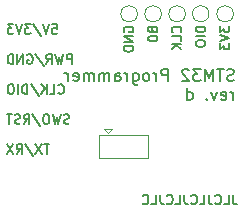
<source format=gbr>
G04 #@! TF.GenerationSoftware,KiCad,Pcbnew,6.0.6+dfsg-1*
G04 #@! TF.CreationDate,2022-07-17T16:52:42+08:00*
G04 #@! TF.ProjectId,stlink,73746c69-6e6b-42e6-9b69-6361645f7063,d*
G04 #@! TF.SameCoordinates,Original*
G04 #@! TF.FileFunction,Legend,Bot*
G04 #@! TF.FilePolarity,Positive*
%FSLAX46Y46*%
G04 Gerber Fmt 4.6, Leading zero omitted, Abs format (unit mm)*
G04 Created by KiCad (PCBNEW 6.0.6+dfsg-1) date 2022-07-17 16:52:42*
%MOMM*%
%LPD*%
G01*
G04 APERTURE LIST*
%ADD10C,0.150000*%
%ADD11C,0.120000*%
G04 APERTURE END LIST*
D10*
X118092500Y-87737904D02*
X118092500Y-86937904D01*
X117787738Y-86937904D01*
X117711547Y-86976000D01*
X117673452Y-87014095D01*
X117635357Y-87090285D01*
X117635357Y-87204571D01*
X117673452Y-87280761D01*
X117711547Y-87318857D01*
X117787738Y-87356952D01*
X118092500Y-87356952D01*
X117368690Y-86937904D02*
X117178214Y-87737904D01*
X117025833Y-87166476D01*
X116873452Y-87737904D01*
X116682976Y-86937904D01*
X115921071Y-87737904D02*
X116187738Y-87356952D01*
X116378214Y-87737904D02*
X116378214Y-86937904D01*
X116073452Y-86937904D01*
X115997261Y-86976000D01*
X115959166Y-87014095D01*
X115921071Y-87090285D01*
X115921071Y-87204571D01*
X115959166Y-87280761D01*
X115997261Y-87318857D01*
X116073452Y-87356952D01*
X116378214Y-87356952D01*
X115006785Y-86899809D02*
X115692500Y-87928380D01*
X114321071Y-86976000D02*
X114397261Y-86937904D01*
X114511547Y-86937904D01*
X114625833Y-86976000D01*
X114702023Y-87052190D01*
X114740119Y-87128380D01*
X114778214Y-87280761D01*
X114778214Y-87395047D01*
X114740119Y-87547428D01*
X114702023Y-87623619D01*
X114625833Y-87699809D01*
X114511547Y-87737904D01*
X114435357Y-87737904D01*
X114321071Y-87699809D01*
X114282976Y-87661714D01*
X114282976Y-87395047D01*
X114435357Y-87395047D01*
X113940119Y-87737904D02*
X113940119Y-86937904D01*
X113482976Y-87737904D01*
X113482976Y-86937904D01*
X113102023Y-87737904D02*
X113102023Y-86937904D01*
X112911547Y-86937904D01*
X112797261Y-86976000D01*
X112721071Y-87052190D01*
X112682976Y-87128380D01*
X112644880Y-87280761D01*
X112644880Y-87395047D01*
X112682976Y-87547428D01*
X112721071Y-87623619D01*
X112797261Y-87699809D01*
X112911547Y-87737904D01*
X113102023Y-87737904D01*
X116949642Y-90201714D02*
X116987738Y-90239809D01*
X117102023Y-90277904D01*
X117178214Y-90277904D01*
X117292500Y-90239809D01*
X117368690Y-90163619D01*
X117406785Y-90087428D01*
X117444880Y-89935047D01*
X117444880Y-89820761D01*
X117406785Y-89668380D01*
X117368690Y-89592190D01*
X117292500Y-89516000D01*
X117178214Y-89477904D01*
X117102023Y-89477904D01*
X116987738Y-89516000D01*
X116949642Y-89554095D01*
X116225833Y-90277904D02*
X116606785Y-90277904D01*
X116606785Y-89477904D01*
X115959166Y-90277904D02*
X115959166Y-89477904D01*
X115502023Y-90277904D02*
X115844880Y-89820761D01*
X115502023Y-89477904D02*
X115959166Y-89935047D01*
X114587738Y-89439809D02*
X115273452Y-90468380D01*
X114321071Y-90277904D02*
X114321071Y-89477904D01*
X114130595Y-89477904D01*
X114016309Y-89516000D01*
X113940119Y-89592190D01*
X113902023Y-89668380D01*
X113863928Y-89820761D01*
X113863928Y-89935047D01*
X113902023Y-90087428D01*
X113940119Y-90163619D01*
X114016309Y-90239809D01*
X114130595Y-90277904D01*
X114321071Y-90277904D01*
X113521071Y-90277904D02*
X113521071Y-89477904D01*
X112987738Y-89477904D02*
X112835357Y-89477904D01*
X112759166Y-89516000D01*
X112682976Y-89592190D01*
X112644880Y-89744571D01*
X112644880Y-90011238D01*
X112682976Y-90163619D01*
X112759166Y-90239809D01*
X112835357Y-90277904D01*
X112987738Y-90277904D01*
X113063928Y-90239809D01*
X113140119Y-90163619D01*
X113178214Y-90011238D01*
X113178214Y-89744571D01*
X113140119Y-89592190D01*
X113063928Y-89516000D01*
X112987738Y-89477904D01*
X117863928Y-92779809D02*
X117749642Y-92817904D01*
X117559166Y-92817904D01*
X117482976Y-92779809D01*
X117444880Y-92741714D01*
X117406785Y-92665523D01*
X117406785Y-92589333D01*
X117444880Y-92513142D01*
X117482976Y-92475047D01*
X117559166Y-92436952D01*
X117711547Y-92398857D01*
X117787738Y-92360761D01*
X117825833Y-92322666D01*
X117863928Y-92246476D01*
X117863928Y-92170285D01*
X117825833Y-92094095D01*
X117787738Y-92056000D01*
X117711547Y-92017904D01*
X117521071Y-92017904D01*
X117406785Y-92056000D01*
X117140119Y-92017904D02*
X116949642Y-92817904D01*
X116797261Y-92246476D01*
X116644880Y-92817904D01*
X116454404Y-92017904D01*
X115997261Y-92017904D02*
X115844880Y-92017904D01*
X115768690Y-92056000D01*
X115692500Y-92132190D01*
X115654404Y-92284571D01*
X115654404Y-92551238D01*
X115692500Y-92703619D01*
X115768690Y-92779809D01*
X115844880Y-92817904D01*
X115997261Y-92817904D01*
X116073452Y-92779809D01*
X116149642Y-92703619D01*
X116187738Y-92551238D01*
X116187738Y-92284571D01*
X116149642Y-92132190D01*
X116073452Y-92056000D01*
X115997261Y-92017904D01*
X114740119Y-91979809D02*
X115425833Y-93008380D01*
X114016309Y-92817904D02*
X114282976Y-92436952D01*
X114473452Y-92817904D02*
X114473452Y-92017904D01*
X114168690Y-92017904D01*
X114092500Y-92056000D01*
X114054404Y-92094095D01*
X114016309Y-92170285D01*
X114016309Y-92284571D01*
X114054404Y-92360761D01*
X114092500Y-92398857D01*
X114168690Y-92436952D01*
X114473452Y-92436952D01*
X113711547Y-92779809D02*
X113597261Y-92817904D01*
X113406785Y-92817904D01*
X113330595Y-92779809D01*
X113292500Y-92741714D01*
X113254404Y-92665523D01*
X113254404Y-92589333D01*
X113292500Y-92513142D01*
X113330595Y-92475047D01*
X113406785Y-92436952D01*
X113559166Y-92398857D01*
X113635357Y-92360761D01*
X113673452Y-92322666D01*
X113711547Y-92246476D01*
X113711547Y-92170285D01*
X113673452Y-92094095D01*
X113635357Y-92056000D01*
X113559166Y-92017904D01*
X113368690Y-92017904D01*
X113254404Y-92056000D01*
X113025833Y-92017904D02*
X112568690Y-92017904D01*
X112797261Y-92817904D02*
X112797261Y-92017904D01*
X116187738Y-94557904D02*
X115730595Y-94557904D01*
X115959166Y-95357904D02*
X115959166Y-94557904D01*
X115540119Y-94557904D02*
X115006785Y-95357904D01*
X115006785Y-94557904D02*
X115540119Y-95357904D01*
X114130595Y-94519809D02*
X114816309Y-95548380D01*
X113406785Y-95357904D02*
X113673452Y-94976952D01*
X113863928Y-95357904D02*
X113863928Y-94557904D01*
X113559166Y-94557904D01*
X113482976Y-94596000D01*
X113444880Y-94634095D01*
X113406785Y-94710285D01*
X113406785Y-94824571D01*
X113444880Y-94900761D01*
X113482976Y-94938857D01*
X113559166Y-94976952D01*
X113863928Y-94976952D01*
X113140119Y-94557904D02*
X112606785Y-95357904D01*
X112606785Y-94557904D02*
X113140119Y-95357904D01*
X127285714Y-85073119D02*
X127323809Y-85035023D01*
X127361904Y-84920738D01*
X127361904Y-84844547D01*
X127323809Y-84730261D01*
X127247619Y-84654071D01*
X127171428Y-84615976D01*
X127019047Y-84577880D01*
X126904761Y-84577880D01*
X126752380Y-84615976D01*
X126676190Y-84654071D01*
X126600000Y-84730261D01*
X126561904Y-84844547D01*
X126561904Y-84920738D01*
X126600000Y-85035023D01*
X126638095Y-85073119D01*
X127361904Y-85796928D02*
X127361904Y-85415976D01*
X126561904Y-85415976D01*
X127361904Y-86063595D02*
X126561904Y-86063595D01*
X127361904Y-86520738D02*
X126904761Y-86177880D01*
X126561904Y-86520738D02*
X127019047Y-86063595D01*
X124910857Y-84882642D02*
X124948952Y-84996928D01*
X124987047Y-85035023D01*
X125063238Y-85073119D01*
X125177523Y-85073119D01*
X125253714Y-85035023D01*
X125291809Y-84996928D01*
X125329904Y-84920738D01*
X125329904Y-84615976D01*
X124529904Y-84615976D01*
X124529904Y-84882642D01*
X124568000Y-84958833D01*
X124606095Y-84996928D01*
X124682285Y-85035023D01*
X124758476Y-85035023D01*
X124834666Y-84996928D01*
X124872761Y-84958833D01*
X124910857Y-84882642D01*
X124910857Y-84615976D01*
X124529904Y-85568357D02*
X124529904Y-85644547D01*
X124568000Y-85720738D01*
X124606095Y-85758833D01*
X124682285Y-85796928D01*
X124834666Y-85835023D01*
X125025142Y-85835023D01*
X125177523Y-85796928D01*
X125253714Y-85758833D01*
X125291809Y-85720738D01*
X125329904Y-85644547D01*
X125329904Y-85568357D01*
X125291809Y-85492166D01*
X125253714Y-85454071D01*
X125177523Y-85415976D01*
X125025142Y-85377880D01*
X124834666Y-85377880D01*
X124682285Y-85415976D01*
X124606095Y-85454071D01*
X124568000Y-85492166D01*
X124529904Y-85568357D01*
X122536000Y-85035023D02*
X122497904Y-84958833D01*
X122497904Y-84844547D01*
X122536000Y-84730261D01*
X122612190Y-84654071D01*
X122688380Y-84615976D01*
X122840761Y-84577880D01*
X122955047Y-84577880D01*
X123107428Y-84615976D01*
X123183619Y-84654071D01*
X123259809Y-84730261D01*
X123297904Y-84844547D01*
X123297904Y-84920738D01*
X123259809Y-85035023D01*
X123221714Y-85073119D01*
X122955047Y-85073119D01*
X122955047Y-84920738D01*
X123297904Y-85415976D02*
X122497904Y-85415976D01*
X123297904Y-85873119D01*
X122497904Y-85873119D01*
X123297904Y-86254071D02*
X122497904Y-86254071D01*
X122497904Y-86444547D01*
X122536000Y-86558833D01*
X122612190Y-86635023D01*
X122688380Y-86673119D01*
X122840761Y-86711214D01*
X122955047Y-86711214D01*
X123107428Y-86673119D01*
X123183619Y-86635023D01*
X123259809Y-86558833D01*
X123297904Y-86444547D01*
X123297904Y-86254071D01*
X131792023Y-89134761D02*
X131649166Y-89182380D01*
X131411071Y-89182380D01*
X131315833Y-89134761D01*
X131268214Y-89087142D01*
X131220595Y-88991904D01*
X131220595Y-88896666D01*
X131268214Y-88801428D01*
X131315833Y-88753809D01*
X131411071Y-88706190D01*
X131601547Y-88658571D01*
X131696785Y-88610952D01*
X131744404Y-88563333D01*
X131792023Y-88468095D01*
X131792023Y-88372857D01*
X131744404Y-88277619D01*
X131696785Y-88230000D01*
X131601547Y-88182380D01*
X131363452Y-88182380D01*
X131220595Y-88230000D01*
X130934880Y-88182380D02*
X130363452Y-88182380D01*
X130649166Y-89182380D02*
X130649166Y-88182380D01*
X130030119Y-89182380D02*
X130030119Y-88182380D01*
X129696785Y-88896666D01*
X129363452Y-88182380D01*
X129363452Y-89182380D01*
X128982500Y-88182380D02*
X128363452Y-88182380D01*
X128696785Y-88563333D01*
X128553928Y-88563333D01*
X128458690Y-88610952D01*
X128411071Y-88658571D01*
X128363452Y-88753809D01*
X128363452Y-88991904D01*
X128411071Y-89087142D01*
X128458690Y-89134761D01*
X128553928Y-89182380D01*
X128839642Y-89182380D01*
X128934880Y-89134761D01*
X128982500Y-89087142D01*
X127982500Y-88277619D02*
X127934880Y-88230000D01*
X127839642Y-88182380D01*
X127601547Y-88182380D01*
X127506309Y-88230000D01*
X127458690Y-88277619D01*
X127411071Y-88372857D01*
X127411071Y-88468095D01*
X127458690Y-88610952D01*
X128030119Y-89182380D01*
X127411071Y-89182380D01*
X126220595Y-89182380D02*
X126220595Y-88182380D01*
X125839642Y-88182380D01*
X125744404Y-88230000D01*
X125696785Y-88277619D01*
X125649166Y-88372857D01*
X125649166Y-88515714D01*
X125696785Y-88610952D01*
X125744404Y-88658571D01*
X125839642Y-88706190D01*
X126220595Y-88706190D01*
X125220595Y-89182380D02*
X125220595Y-88515714D01*
X125220595Y-88706190D02*
X125172976Y-88610952D01*
X125125357Y-88563333D01*
X125030119Y-88515714D01*
X124934880Y-88515714D01*
X124458690Y-89182380D02*
X124553928Y-89134761D01*
X124601547Y-89087142D01*
X124649166Y-88991904D01*
X124649166Y-88706190D01*
X124601547Y-88610952D01*
X124553928Y-88563333D01*
X124458690Y-88515714D01*
X124315833Y-88515714D01*
X124220595Y-88563333D01*
X124172976Y-88610952D01*
X124125357Y-88706190D01*
X124125357Y-88991904D01*
X124172976Y-89087142D01*
X124220595Y-89134761D01*
X124315833Y-89182380D01*
X124458690Y-89182380D01*
X123268214Y-88515714D02*
X123268214Y-89325238D01*
X123315833Y-89420476D01*
X123363452Y-89468095D01*
X123458690Y-89515714D01*
X123601547Y-89515714D01*
X123696785Y-89468095D01*
X123268214Y-89134761D02*
X123363452Y-89182380D01*
X123553928Y-89182380D01*
X123649166Y-89134761D01*
X123696785Y-89087142D01*
X123744404Y-88991904D01*
X123744404Y-88706190D01*
X123696785Y-88610952D01*
X123649166Y-88563333D01*
X123553928Y-88515714D01*
X123363452Y-88515714D01*
X123268214Y-88563333D01*
X122792023Y-89182380D02*
X122792023Y-88515714D01*
X122792023Y-88706190D02*
X122744404Y-88610952D01*
X122696785Y-88563333D01*
X122601547Y-88515714D01*
X122506309Y-88515714D01*
X121744404Y-89182380D02*
X121744404Y-88658571D01*
X121792023Y-88563333D01*
X121887261Y-88515714D01*
X122077738Y-88515714D01*
X122172976Y-88563333D01*
X121744404Y-89134761D02*
X121839642Y-89182380D01*
X122077738Y-89182380D01*
X122172976Y-89134761D01*
X122220595Y-89039523D01*
X122220595Y-88944285D01*
X122172976Y-88849047D01*
X122077738Y-88801428D01*
X121839642Y-88801428D01*
X121744404Y-88753809D01*
X121268214Y-89182380D02*
X121268214Y-88515714D01*
X121268214Y-88610952D02*
X121220595Y-88563333D01*
X121125357Y-88515714D01*
X120982500Y-88515714D01*
X120887261Y-88563333D01*
X120839642Y-88658571D01*
X120839642Y-89182380D01*
X120839642Y-88658571D02*
X120792023Y-88563333D01*
X120696785Y-88515714D01*
X120553928Y-88515714D01*
X120458690Y-88563333D01*
X120411071Y-88658571D01*
X120411071Y-89182380D01*
X119934880Y-89182380D02*
X119934880Y-88515714D01*
X119934880Y-88610952D02*
X119887261Y-88563333D01*
X119792023Y-88515714D01*
X119649166Y-88515714D01*
X119553928Y-88563333D01*
X119506309Y-88658571D01*
X119506309Y-89182380D01*
X119506309Y-88658571D02*
X119458690Y-88563333D01*
X119363452Y-88515714D01*
X119220595Y-88515714D01*
X119125357Y-88563333D01*
X119077738Y-88658571D01*
X119077738Y-89182380D01*
X118220595Y-89134761D02*
X118315833Y-89182380D01*
X118506309Y-89182380D01*
X118601547Y-89134761D01*
X118649166Y-89039523D01*
X118649166Y-88658571D01*
X118601547Y-88563333D01*
X118506309Y-88515714D01*
X118315833Y-88515714D01*
X118220595Y-88563333D01*
X118172976Y-88658571D01*
X118172976Y-88753809D01*
X118649166Y-88849047D01*
X117744404Y-89182380D02*
X117744404Y-88515714D01*
X117744404Y-88706190D02*
X117696785Y-88610952D01*
X117649166Y-88563333D01*
X117553928Y-88515714D01*
X117458690Y-88515714D01*
X131744404Y-90792380D02*
X131744404Y-90125714D01*
X131744404Y-90316190D02*
X131696785Y-90220952D01*
X131649166Y-90173333D01*
X131553928Y-90125714D01*
X131458690Y-90125714D01*
X130744404Y-90744761D02*
X130839642Y-90792380D01*
X131030119Y-90792380D01*
X131125357Y-90744761D01*
X131172976Y-90649523D01*
X131172976Y-90268571D01*
X131125357Y-90173333D01*
X131030119Y-90125714D01*
X130839642Y-90125714D01*
X130744404Y-90173333D01*
X130696785Y-90268571D01*
X130696785Y-90363809D01*
X131172976Y-90459047D01*
X130363452Y-90125714D02*
X130125357Y-90792380D01*
X129887261Y-90125714D01*
X129506309Y-90697142D02*
X129458690Y-90744761D01*
X129506309Y-90792380D01*
X129553928Y-90744761D01*
X129506309Y-90697142D01*
X129506309Y-90792380D01*
X127839642Y-90792380D02*
X127839642Y-89792380D01*
X127839642Y-90744761D02*
X127934880Y-90792380D01*
X128125357Y-90792380D01*
X128220595Y-90744761D01*
X128268214Y-90697142D01*
X128315833Y-90601904D01*
X128315833Y-90316190D01*
X128268214Y-90220952D01*
X128220595Y-90173333D01*
X128125357Y-90125714D01*
X127934880Y-90125714D01*
X127839642Y-90173333D01*
X129361904Y-84615976D02*
X128561904Y-84615976D01*
X128561904Y-84806452D01*
X128600000Y-84920738D01*
X128676190Y-84996928D01*
X128752380Y-85035023D01*
X128904761Y-85073119D01*
X129019047Y-85073119D01*
X129171428Y-85035023D01*
X129247619Y-84996928D01*
X129323809Y-84920738D01*
X129361904Y-84806452D01*
X129361904Y-84615976D01*
X129361904Y-85415976D02*
X128561904Y-85415976D01*
X128561904Y-85949309D02*
X128561904Y-86101690D01*
X128600000Y-86177880D01*
X128676190Y-86254071D01*
X128828571Y-86292166D01*
X129095238Y-86292166D01*
X129247619Y-86254071D01*
X129323809Y-86177880D01*
X129361904Y-86101690D01*
X129361904Y-85949309D01*
X129323809Y-85873119D01*
X129247619Y-85796928D01*
X129095238Y-85758833D01*
X128828571Y-85758833D01*
X128676190Y-85796928D01*
X128600000Y-85873119D01*
X128561904Y-85949309D01*
X131733452Y-98811904D02*
X131733452Y-99383333D01*
X131771547Y-99497619D01*
X131847738Y-99573809D01*
X131962023Y-99611904D01*
X132038214Y-99611904D01*
X130971547Y-99611904D02*
X131352500Y-99611904D01*
X131352500Y-98811904D01*
X130247738Y-99535714D02*
X130285833Y-99573809D01*
X130400119Y-99611904D01*
X130476309Y-99611904D01*
X130590595Y-99573809D01*
X130666785Y-99497619D01*
X130704880Y-99421428D01*
X130742976Y-99269047D01*
X130742976Y-99154761D01*
X130704880Y-99002380D01*
X130666785Y-98926190D01*
X130590595Y-98850000D01*
X130476309Y-98811904D01*
X130400119Y-98811904D01*
X130285833Y-98850000D01*
X130247738Y-98888095D01*
X129676309Y-98811904D02*
X129676309Y-99383333D01*
X129714404Y-99497619D01*
X129790595Y-99573809D01*
X129904880Y-99611904D01*
X129981071Y-99611904D01*
X128914404Y-99611904D02*
X129295357Y-99611904D01*
X129295357Y-98811904D01*
X128190595Y-99535714D02*
X128228690Y-99573809D01*
X128342976Y-99611904D01*
X128419166Y-99611904D01*
X128533452Y-99573809D01*
X128609642Y-99497619D01*
X128647738Y-99421428D01*
X128685833Y-99269047D01*
X128685833Y-99154761D01*
X128647738Y-99002380D01*
X128609642Y-98926190D01*
X128533452Y-98850000D01*
X128419166Y-98811904D01*
X128342976Y-98811904D01*
X128228690Y-98850000D01*
X128190595Y-98888095D01*
X127619166Y-98811904D02*
X127619166Y-99383333D01*
X127657261Y-99497619D01*
X127733452Y-99573809D01*
X127847738Y-99611904D01*
X127923928Y-99611904D01*
X126857261Y-99611904D02*
X127238214Y-99611904D01*
X127238214Y-98811904D01*
X126133452Y-99535714D02*
X126171547Y-99573809D01*
X126285833Y-99611904D01*
X126362023Y-99611904D01*
X126476309Y-99573809D01*
X126552500Y-99497619D01*
X126590595Y-99421428D01*
X126628690Y-99269047D01*
X126628690Y-99154761D01*
X126590595Y-99002380D01*
X126552500Y-98926190D01*
X126476309Y-98850000D01*
X126362023Y-98811904D01*
X126285833Y-98811904D01*
X126171547Y-98850000D01*
X126133452Y-98888095D01*
X125562023Y-98811904D02*
X125562023Y-99383333D01*
X125600119Y-99497619D01*
X125676309Y-99573809D01*
X125790595Y-99611904D01*
X125866785Y-99611904D01*
X124800119Y-99611904D02*
X125181071Y-99611904D01*
X125181071Y-98811904D01*
X124076309Y-99535714D02*
X124114404Y-99573809D01*
X124228690Y-99611904D01*
X124304880Y-99611904D01*
X124419166Y-99573809D01*
X124495357Y-99497619D01*
X124533452Y-99421428D01*
X124571547Y-99269047D01*
X124571547Y-99154761D01*
X124533452Y-99002380D01*
X124495357Y-98926190D01*
X124419166Y-98850000D01*
X124304880Y-98811904D01*
X124228690Y-98811904D01*
X124114404Y-98850000D01*
X124076309Y-98888095D01*
X116416309Y-84397904D02*
X116797261Y-84397904D01*
X116835357Y-84778857D01*
X116797261Y-84740761D01*
X116721071Y-84702666D01*
X116530595Y-84702666D01*
X116454404Y-84740761D01*
X116416309Y-84778857D01*
X116378214Y-84855047D01*
X116378214Y-85045523D01*
X116416309Y-85121714D01*
X116454404Y-85159809D01*
X116530595Y-85197904D01*
X116721071Y-85197904D01*
X116797261Y-85159809D01*
X116835357Y-85121714D01*
X116149642Y-84397904D02*
X115882976Y-85197904D01*
X115616309Y-84397904D01*
X114778214Y-84359809D02*
X115463928Y-85388380D01*
X114587738Y-84397904D02*
X114092500Y-84397904D01*
X114359166Y-84702666D01*
X114244880Y-84702666D01*
X114168690Y-84740761D01*
X114130595Y-84778857D01*
X114092500Y-84855047D01*
X114092500Y-85045523D01*
X114130595Y-85121714D01*
X114168690Y-85159809D01*
X114244880Y-85197904D01*
X114473452Y-85197904D01*
X114549642Y-85159809D01*
X114587738Y-85121714D01*
X113863928Y-84397904D02*
X113597261Y-85197904D01*
X113330595Y-84397904D01*
X113140119Y-84397904D02*
X112644880Y-84397904D01*
X112911547Y-84702666D01*
X112797261Y-84702666D01*
X112721071Y-84740761D01*
X112682976Y-84778857D01*
X112644880Y-84855047D01*
X112644880Y-85045523D01*
X112682976Y-85121714D01*
X112721071Y-85159809D01*
X112797261Y-85197904D01*
X113025833Y-85197904D01*
X113102023Y-85159809D01*
X113140119Y-85121714D01*
X130625904Y-84539785D02*
X130625904Y-85035023D01*
X130930666Y-84768357D01*
X130930666Y-84882642D01*
X130968761Y-84958833D01*
X131006857Y-84996928D01*
X131083047Y-85035023D01*
X131273523Y-85035023D01*
X131349714Y-84996928D01*
X131387809Y-84958833D01*
X131425904Y-84882642D01*
X131425904Y-84654071D01*
X131387809Y-84577880D01*
X131349714Y-84539785D01*
X130625904Y-85263595D02*
X131425904Y-85530261D01*
X130625904Y-85796928D01*
X130625904Y-85987404D02*
X130625904Y-86482642D01*
X130930666Y-86215976D01*
X130930666Y-86330261D01*
X130968761Y-86406452D01*
X131006857Y-86444547D01*
X131083047Y-86482642D01*
X131273523Y-86482642D01*
X131349714Y-86444547D01*
X131387809Y-86406452D01*
X131425904Y-86330261D01*
X131425904Y-86101690D01*
X131387809Y-86025500D01*
X131349714Y-85987404D01*
D11*
G04 #@! TO.C,TP3*
X127700000Y-83500000D02*
G75*
G03*
X127700000Y-83500000I-700000J0D01*
G01*
G04 #@! TO.C,TP1*
X131764000Y-83500000D02*
G75*
G03*
X131764000Y-83500000I-700000J0D01*
G01*
G04 #@! TO.C,TP4*
X125668000Y-83500000D02*
G75*
G03*
X125668000Y-83500000I-700000J0D01*
G01*
G04 #@! TO.C,TP5*
X123636000Y-83500000D02*
G75*
G03*
X123636000Y-83500000I-700000J0D01*
G01*
G04 #@! TO.C,TP2*
X129700000Y-83500000D02*
G75*
G03*
X129700000Y-83500000I-700000J0D01*
G01*
G04 #@! TO.C,JP1*
X120400000Y-95750000D02*
X124500000Y-95750000D01*
X121150000Y-93550000D02*
X120850000Y-93250000D01*
X120850000Y-93250000D02*
X121450000Y-93250000D01*
X124500000Y-95750000D02*
X124500000Y-93750000D01*
X121150000Y-93550000D02*
X121450000Y-93250000D01*
X124500000Y-93750000D02*
X120400000Y-93750000D01*
X120400000Y-93750000D02*
X120400000Y-95750000D01*
G04 #@! TD*
M02*

</source>
